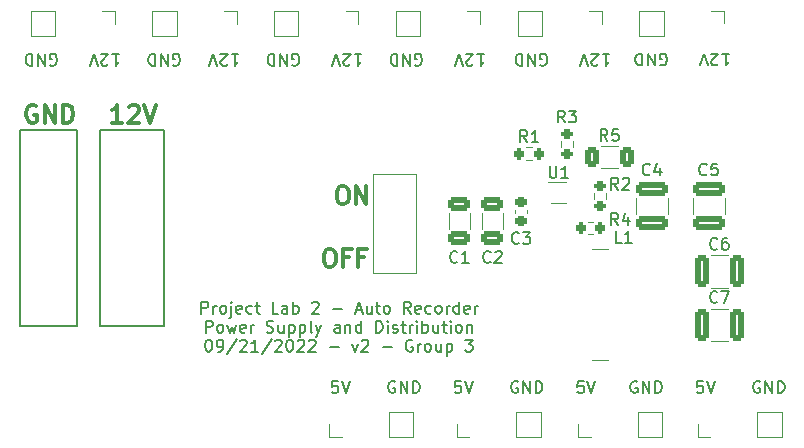
<source format=gbr>
%TF.GenerationSoftware,KiCad,Pcbnew,(6.0.5)*%
%TF.CreationDate,2022-09-22T23:13:11-05:00*%
%TF.ProjectId,powerPCB,706f7765-7250-4434-922e-6b696361645f,rev?*%
%TF.SameCoordinates,Original*%
%TF.FileFunction,Legend,Top*%
%TF.FilePolarity,Positive*%
%FSLAX46Y46*%
G04 Gerber Fmt 4.6, Leading zero omitted, Abs format (unit mm)*
G04 Created by KiCad (PCBNEW (6.0.5)) date 2022-09-22 23:13:11*
%MOMM*%
%LPD*%
G01*
G04 APERTURE LIST*
G04 Aperture macros list*
%AMRoundRect*
0 Rectangle with rounded corners*
0 $1 Rounding radius*
0 $2 $3 $4 $5 $6 $7 $8 $9 X,Y pos of 4 corners*
0 Add a 4 corners polygon primitive as box body*
4,1,4,$2,$3,$4,$5,$6,$7,$8,$9,$2,$3,0*
0 Add four circle primitives for the rounded corners*
1,1,$1+$1,$2,$3*
1,1,$1+$1,$4,$5*
1,1,$1+$1,$6,$7*
1,1,$1+$1,$8,$9*
0 Add four rect primitives between the rounded corners*
20,1,$1+$1,$2,$3,$4,$5,0*
20,1,$1+$1,$4,$5,$6,$7,0*
20,1,$1+$1,$6,$7,$8,$9,0*
20,1,$1+$1,$8,$9,$2,$3,0*%
G04 Aperture macros list end*
%ADD10C,0.150000*%
%ADD11C,0.300000*%
%ADD12C,0.120000*%
%ADD13RoundRect,0.200000X-0.200000X-0.275000X0.200000X-0.275000X0.200000X0.275000X-0.200000X0.275000X0*%
%ADD14C,3.800000*%
%ADD15RoundRect,0.250000X1.100000X-0.325000X1.100000X0.325000X-1.100000X0.325000X-1.100000X-0.325000X0*%
%ADD16R,1.800000X1.800000*%
%ADD17O,1.800000X1.800000*%
%ADD18RoundRect,0.200000X-0.275000X0.200000X-0.275000X-0.200000X0.275000X-0.200000X0.275000X0.200000X0*%
%ADD19RoundRect,0.200000X0.275000X-0.200000X0.275000X0.200000X-0.275000X0.200000X-0.275000X-0.200000X0*%
%ADD20RoundRect,0.250000X-0.650000X0.325000X-0.650000X-0.325000X0.650000X-0.325000X0.650000X0.325000X0*%
%ADD21RoundRect,0.225000X-0.250000X0.225000X-0.250000X-0.225000X0.250000X-0.225000X0.250000X0.225000X0*%
%ADD22R,3.750000X9.500000*%
%ADD23R,0.700000X0.340000*%
%ADD24RoundRect,0.250000X-0.325000X-1.100000X0.325000X-1.100000X0.325000X1.100000X-0.325000X1.100000X0*%
%ADD25RoundRect,0.250000X-0.312500X-0.625000X0.312500X-0.625000X0.312500X0.625000X-0.312500X0.625000X0*%
%ADD26C,0.800000*%
G04 APERTURE END LIST*
D10*
X93700000Y-71000000D02*
X98500000Y-71000000D01*
X98500000Y-71000000D02*
X98500000Y-87600000D01*
X98500000Y-87600000D02*
X93700000Y-87600000D01*
X93700000Y-87600000D02*
X93700000Y-71000000D01*
X100500000Y-71000000D02*
X105900000Y-71000000D01*
X105900000Y-71000000D02*
X105900000Y-87600000D01*
X105900000Y-87600000D02*
X100500000Y-87600000D01*
X100500000Y-87600000D02*
X100500000Y-71000000D01*
X109057142Y-86542380D02*
X109057142Y-85542380D01*
X109438095Y-85542380D01*
X109533333Y-85590000D01*
X109580952Y-85637619D01*
X109628571Y-85732857D01*
X109628571Y-85875714D01*
X109580952Y-85970952D01*
X109533333Y-86018571D01*
X109438095Y-86066190D01*
X109057142Y-86066190D01*
X110057142Y-86542380D02*
X110057142Y-85875714D01*
X110057142Y-86066190D02*
X110104761Y-85970952D01*
X110152380Y-85923333D01*
X110247619Y-85875714D01*
X110342857Y-85875714D01*
X110819047Y-86542380D02*
X110723809Y-86494761D01*
X110676190Y-86447142D01*
X110628571Y-86351904D01*
X110628571Y-86066190D01*
X110676190Y-85970952D01*
X110723809Y-85923333D01*
X110819047Y-85875714D01*
X110961904Y-85875714D01*
X111057142Y-85923333D01*
X111104761Y-85970952D01*
X111152380Y-86066190D01*
X111152380Y-86351904D01*
X111104761Y-86447142D01*
X111057142Y-86494761D01*
X110961904Y-86542380D01*
X110819047Y-86542380D01*
X111580952Y-85875714D02*
X111580952Y-86732857D01*
X111533333Y-86828095D01*
X111438095Y-86875714D01*
X111390476Y-86875714D01*
X111580952Y-85542380D02*
X111533333Y-85590000D01*
X111580952Y-85637619D01*
X111628571Y-85590000D01*
X111580952Y-85542380D01*
X111580952Y-85637619D01*
X112438095Y-86494761D02*
X112342857Y-86542380D01*
X112152380Y-86542380D01*
X112057142Y-86494761D01*
X112009523Y-86399523D01*
X112009523Y-86018571D01*
X112057142Y-85923333D01*
X112152380Y-85875714D01*
X112342857Y-85875714D01*
X112438095Y-85923333D01*
X112485714Y-86018571D01*
X112485714Y-86113809D01*
X112009523Y-86209047D01*
X113342857Y-86494761D02*
X113247619Y-86542380D01*
X113057142Y-86542380D01*
X112961904Y-86494761D01*
X112914285Y-86447142D01*
X112866666Y-86351904D01*
X112866666Y-86066190D01*
X112914285Y-85970952D01*
X112961904Y-85923333D01*
X113057142Y-85875714D01*
X113247619Y-85875714D01*
X113342857Y-85923333D01*
X113628571Y-85875714D02*
X114009523Y-85875714D01*
X113771428Y-85542380D02*
X113771428Y-86399523D01*
X113819047Y-86494761D01*
X113914285Y-86542380D01*
X114009523Y-86542380D01*
X115580952Y-86542380D02*
X115104761Y-86542380D01*
X115104761Y-85542380D01*
X116342857Y-86542380D02*
X116342857Y-86018571D01*
X116295238Y-85923333D01*
X116200000Y-85875714D01*
X116009523Y-85875714D01*
X115914285Y-85923333D01*
X116342857Y-86494761D02*
X116247619Y-86542380D01*
X116009523Y-86542380D01*
X115914285Y-86494761D01*
X115866666Y-86399523D01*
X115866666Y-86304285D01*
X115914285Y-86209047D01*
X116009523Y-86161428D01*
X116247619Y-86161428D01*
X116342857Y-86113809D01*
X116819047Y-86542380D02*
X116819047Y-85542380D01*
X116819047Y-85923333D02*
X116914285Y-85875714D01*
X117104761Y-85875714D01*
X117200000Y-85923333D01*
X117247619Y-85970952D01*
X117295238Y-86066190D01*
X117295238Y-86351904D01*
X117247619Y-86447142D01*
X117200000Y-86494761D01*
X117104761Y-86542380D01*
X116914285Y-86542380D01*
X116819047Y-86494761D01*
X118438095Y-85637619D02*
X118485714Y-85590000D01*
X118580952Y-85542380D01*
X118819047Y-85542380D01*
X118914285Y-85590000D01*
X118961904Y-85637619D01*
X119009523Y-85732857D01*
X119009523Y-85828095D01*
X118961904Y-85970952D01*
X118390476Y-86542380D01*
X119009523Y-86542380D01*
X120199999Y-86161428D02*
X120961904Y-86161428D01*
X122152380Y-86256666D02*
X122628571Y-86256666D01*
X122057142Y-86542380D02*
X122390476Y-85542380D01*
X122723809Y-86542380D01*
X123485714Y-85875714D02*
X123485714Y-86542380D01*
X123057142Y-85875714D02*
X123057142Y-86399523D01*
X123104761Y-86494761D01*
X123199999Y-86542380D01*
X123342857Y-86542380D01*
X123438095Y-86494761D01*
X123485714Y-86447142D01*
X123819047Y-85875714D02*
X124199999Y-85875714D01*
X123961904Y-85542380D02*
X123961904Y-86399523D01*
X124009523Y-86494761D01*
X124104761Y-86542380D01*
X124199999Y-86542380D01*
X124676190Y-86542380D02*
X124580952Y-86494761D01*
X124533333Y-86447142D01*
X124485714Y-86351904D01*
X124485714Y-86066190D01*
X124533333Y-85970952D01*
X124580952Y-85923333D01*
X124676190Y-85875714D01*
X124819047Y-85875714D01*
X124914285Y-85923333D01*
X124961904Y-85970952D01*
X125009523Y-86066190D01*
X125009523Y-86351904D01*
X124961904Y-86447142D01*
X124914285Y-86494761D01*
X124819047Y-86542380D01*
X124676190Y-86542380D01*
X126771428Y-86542380D02*
X126438095Y-86066190D01*
X126199999Y-86542380D02*
X126199999Y-85542380D01*
X126580952Y-85542380D01*
X126676190Y-85590000D01*
X126723809Y-85637619D01*
X126771428Y-85732857D01*
X126771428Y-85875714D01*
X126723809Y-85970952D01*
X126676190Y-86018571D01*
X126580952Y-86066190D01*
X126199999Y-86066190D01*
X127580952Y-86494761D02*
X127485714Y-86542380D01*
X127295238Y-86542380D01*
X127199999Y-86494761D01*
X127152380Y-86399523D01*
X127152380Y-86018571D01*
X127199999Y-85923333D01*
X127295238Y-85875714D01*
X127485714Y-85875714D01*
X127580952Y-85923333D01*
X127628571Y-86018571D01*
X127628571Y-86113809D01*
X127152380Y-86209047D01*
X128485714Y-86494761D02*
X128390476Y-86542380D01*
X128199999Y-86542380D01*
X128104761Y-86494761D01*
X128057142Y-86447142D01*
X128009523Y-86351904D01*
X128009523Y-86066190D01*
X128057142Y-85970952D01*
X128104761Y-85923333D01*
X128199999Y-85875714D01*
X128390476Y-85875714D01*
X128485714Y-85923333D01*
X129057142Y-86542380D02*
X128961904Y-86494761D01*
X128914285Y-86447142D01*
X128866666Y-86351904D01*
X128866666Y-86066190D01*
X128914285Y-85970952D01*
X128961904Y-85923333D01*
X129057142Y-85875714D01*
X129199999Y-85875714D01*
X129295238Y-85923333D01*
X129342857Y-85970952D01*
X129390476Y-86066190D01*
X129390476Y-86351904D01*
X129342857Y-86447142D01*
X129295238Y-86494761D01*
X129199999Y-86542380D01*
X129057142Y-86542380D01*
X129819047Y-86542380D02*
X129819047Y-85875714D01*
X129819047Y-86066190D02*
X129866666Y-85970952D01*
X129914285Y-85923333D01*
X130009523Y-85875714D01*
X130104761Y-85875714D01*
X130866666Y-86542380D02*
X130866666Y-85542380D01*
X130866666Y-86494761D02*
X130771428Y-86542380D01*
X130580952Y-86542380D01*
X130485714Y-86494761D01*
X130438095Y-86447142D01*
X130390476Y-86351904D01*
X130390476Y-86066190D01*
X130438095Y-85970952D01*
X130485714Y-85923333D01*
X130580952Y-85875714D01*
X130771428Y-85875714D01*
X130866666Y-85923333D01*
X131723809Y-86494761D02*
X131628571Y-86542380D01*
X131438095Y-86542380D01*
X131342857Y-86494761D01*
X131295238Y-86399523D01*
X131295238Y-86018571D01*
X131342857Y-85923333D01*
X131438095Y-85875714D01*
X131628571Y-85875714D01*
X131723809Y-85923333D01*
X131771428Y-86018571D01*
X131771428Y-86113809D01*
X131295238Y-86209047D01*
X132199999Y-86542380D02*
X132199999Y-85875714D01*
X132199999Y-86066190D02*
X132247619Y-85970952D01*
X132295238Y-85923333D01*
X132390476Y-85875714D01*
X132485714Y-85875714D01*
X109438095Y-88152380D02*
X109438095Y-87152380D01*
X109819047Y-87152380D01*
X109914285Y-87200000D01*
X109961904Y-87247619D01*
X110009523Y-87342857D01*
X110009523Y-87485714D01*
X109961904Y-87580952D01*
X109914285Y-87628571D01*
X109819047Y-87676190D01*
X109438095Y-87676190D01*
X110580952Y-88152380D02*
X110485714Y-88104761D01*
X110438095Y-88057142D01*
X110390476Y-87961904D01*
X110390476Y-87676190D01*
X110438095Y-87580952D01*
X110485714Y-87533333D01*
X110580952Y-87485714D01*
X110723809Y-87485714D01*
X110819047Y-87533333D01*
X110866666Y-87580952D01*
X110914285Y-87676190D01*
X110914285Y-87961904D01*
X110866666Y-88057142D01*
X110819047Y-88104761D01*
X110723809Y-88152380D01*
X110580952Y-88152380D01*
X111247619Y-87485714D02*
X111438095Y-88152380D01*
X111628571Y-87676190D01*
X111819047Y-88152380D01*
X112009523Y-87485714D01*
X112771428Y-88104761D02*
X112676190Y-88152380D01*
X112485714Y-88152380D01*
X112390476Y-88104761D01*
X112342857Y-88009523D01*
X112342857Y-87628571D01*
X112390476Y-87533333D01*
X112485714Y-87485714D01*
X112676190Y-87485714D01*
X112771428Y-87533333D01*
X112819047Y-87628571D01*
X112819047Y-87723809D01*
X112342857Y-87819047D01*
X113247619Y-88152380D02*
X113247619Y-87485714D01*
X113247619Y-87676190D02*
X113295238Y-87580952D01*
X113342857Y-87533333D01*
X113438095Y-87485714D01*
X113533333Y-87485714D01*
X114580952Y-88104761D02*
X114723809Y-88152380D01*
X114961904Y-88152380D01*
X115057142Y-88104761D01*
X115104761Y-88057142D01*
X115152380Y-87961904D01*
X115152380Y-87866666D01*
X115104761Y-87771428D01*
X115057142Y-87723809D01*
X114961904Y-87676190D01*
X114771428Y-87628571D01*
X114676190Y-87580952D01*
X114628571Y-87533333D01*
X114580952Y-87438095D01*
X114580952Y-87342857D01*
X114628571Y-87247619D01*
X114676190Y-87200000D01*
X114771428Y-87152380D01*
X115009523Y-87152380D01*
X115152380Y-87200000D01*
X116009523Y-87485714D02*
X116009523Y-88152380D01*
X115580952Y-87485714D02*
X115580952Y-88009523D01*
X115628571Y-88104761D01*
X115723809Y-88152380D01*
X115866666Y-88152380D01*
X115961904Y-88104761D01*
X116009523Y-88057142D01*
X116485714Y-87485714D02*
X116485714Y-88485714D01*
X116485714Y-87533333D02*
X116580952Y-87485714D01*
X116771428Y-87485714D01*
X116866666Y-87533333D01*
X116914285Y-87580952D01*
X116961904Y-87676190D01*
X116961904Y-87961904D01*
X116914285Y-88057142D01*
X116866666Y-88104761D01*
X116771428Y-88152380D01*
X116580952Y-88152380D01*
X116485714Y-88104761D01*
X117390476Y-87485714D02*
X117390476Y-88485714D01*
X117390476Y-87533333D02*
X117485714Y-87485714D01*
X117676190Y-87485714D01*
X117771428Y-87533333D01*
X117819047Y-87580952D01*
X117866666Y-87676190D01*
X117866666Y-87961904D01*
X117819047Y-88057142D01*
X117771428Y-88104761D01*
X117676190Y-88152380D01*
X117485714Y-88152380D01*
X117390476Y-88104761D01*
X118438095Y-88152380D02*
X118342857Y-88104761D01*
X118295238Y-88009523D01*
X118295238Y-87152380D01*
X118723809Y-87485714D02*
X118961904Y-88152380D01*
X119200000Y-87485714D02*
X118961904Y-88152380D01*
X118866666Y-88390476D01*
X118819047Y-88438095D01*
X118723809Y-88485714D01*
X120771428Y-88152380D02*
X120771428Y-87628571D01*
X120723809Y-87533333D01*
X120628571Y-87485714D01*
X120438095Y-87485714D01*
X120342857Y-87533333D01*
X120771428Y-88104761D02*
X120676190Y-88152380D01*
X120438095Y-88152380D01*
X120342857Y-88104761D01*
X120295238Y-88009523D01*
X120295238Y-87914285D01*
X120342857Y-87819047D01*
X120438095Y-87771428D01*
X120676190Y-87771428D01*
X120771428Y-87723809D01*
X121247619Y-87485714D02*
X121247619Y-88152380D01*
X121247619Y-87580952D02*
X121295238Y-87533333D01*
X121390476Y-87485714D01*
X121533333Y-87485714D01*
X121628571Y-87533333D01*
X121676190Y-87628571D01*
X121676190Y-88152380D01*
X122580952Y-88152380D02*
X122580952Y-87152380D01*
X122580952Y-88104761D02*
X122485714Y-88152380D01*
X122295238Y-88152380D01*
X122200000Y-88104761D01*
X122152380Y-88057142D01*
X122104761Y-87961904D01*
X122104761Y-87676190D01*
X122152380Y-87580952D01*
X122200000Y-87533333D01*
X122295238Y-87485714D01*
X122485714Y-87485714D01*
X122580952Y-87533333D01*
X123819047Y-88152380D02*
X123819047Y-87152380D01*
X124057142Y-87152380D01*
X124200000Y-87200000D01*
X124295238Y-87295238D01*
X124342857Y-87390476D01*
X124390476Y-87580952D01*
X124390476Y-87723809D01*
X124342857Y-87914285D01*
X124295238Y-88009523D01*
X124200000Y-88104761D01*
X124057142Y-88152380D01*
X123819047Y-88152380D01*
X124819047Y-88152380D02*
X124819047Y-87485714D01*
X124819047Y-87152380D02*
X124771428Y-87200000D01*
X124819047Y-87247619D01*
X124866666Y-87200000D01*
X124819047Y-87152380D01*
X124819047Y-87247619D01*
X125247619Y-88104761D02*
X125342857Y-88152380D01*
X125533333Y-88152380D01*
X125628571Y-88104761D01*
X125676190Y-88009523D01*
X125676190Y-87961904D01*
X125628571Y-87866666D01*
X125533333Y-87819047D01*
X125390476Y-87819047D01*
X125295238Y-87771428D01*
X125247619Y-87676190D01*
X125247619Y-87628571D01*
X125295238Y-87533333D01*
X125390476Y-87485714D01*
X125533333Y-87485714D01*
X125628571Y-87533333D01*
X125961904Y-87485714D02*
X126342857Y-87485714D01*
X126104761Y-87152380D02*
X126104761Y-88009523D01*
X126152380Y-88104761D01*
X126247619Y-88152380D01*
X126342857Y-88152380D01*
X126676190Y-88152380D02*
X126676190Y-87485714D01*
X126676190Y-87676190D02*
X126723809Y-87580952D01*
X126771428Y-87533333D01*
X126866666Y-87485714D01*
X126961904Y-87485714D01*
X127295238Y-88152380D02*
X127295238Y-87485714D01*
X127295238Y-87152380D02*
X127247619Y-87200000D01*
X127295238Y-87247619D01*
X127342857Y-87200000D01*
X127295238Y-87152380D01*
X127295238Y-87247619D01*
X127771428Y-88152380D02*
X127771428Y-87152380D01*
X127771428Y-87533333D02*
X127866666Y-87485714D01*
X128057142Y-87485714D01*
X128152380Y-87533333D01*
X128200000Y-87580952D01*
X128247619Y-87676190D01*
X128247619Y-87961904D01*
X128200000Y-88057142D01*
X128152380Y-88104761D01*
X128057142Y-88152380D01*
X127866666Y-88152380D01*
X127771428Y-88104761D01*
X129104761Y-87485714D02*
X129104761Y-88152380D01*
X128676190Y-87485714D02*
X128676190Y-88009523D01*
X128723809Y-88104761D01*
X128819047Y-88152380D01*
X128961904Y-88152380D01*
X129057142Y-88104761D01*
X129104761Y-88057142D01*
X129438095Y-87485714D02*
X129819047Y-87485714D01*
X129580952Y-87152380D02*
X129580952Y-88009523D01*
X129628571Y-88104761D01*
X129723809Y-88152380D01*
X129819047Y-88152380D01*
X130152380Y-88152380D02*
X130152380Y-87485714D01*
X130152380Y-87152380D02*
X130104761Y-87200000D01*
X130152380Y-87247619D01*
X130200000Y-87200000D01*
X130152380Y-87152380D01*
X130152380Y-87247619D01*
X130771428Y-88152380D02*
X130676190Y-88104761D01*
X130628571Y-88057142D01*
X130580952Y-87961904D01*
X130580952Y-87676190D01*
X130628571Y-87580952D01*
X130676190Y-87533333D01*
X130771428Y-87485714D01*
X130914285Y-87485714D01*
X131009523Y-87533333D01*
X131057142Y-87580952D01*
X131104761Y-87676190D01*
X131104761Y-87961904D01*
X131057142Y-88057142D01*
X131009523Y-88104761D01*
X130914285Y-88152380D01*
X130771428Y-88152380D01*
X131533333Y-87485714D02*
X131533333Y-88152380D01*
X131533333Y-87580952D02*
X131580952Y-87533333D01*
X131676190Y-87485714D01*
X131819047Y-87485714D01*
X131914285Y-87533333D01*
X131961904Y-87628571D01*
X131961904Y-88152380D01*
X109628571Y-88762380D02*
X109723809Y-88762380D01*
X109819047Y-88810000D01*
X109866666Y-88857619D01*
X109914285Y-88952857D01*
X109961904Y-89143333D01*
X109961904Y-89381428D01*
X109914285Y-89571904D01*
X109866666Y-89667142D01*
X109819047Y-89714761D01*
X109723809Y-89762380D01*
X109628571Y-89762380D01*
X109533333Y-89714761D01*
X109485714Y-89667142D01*
X109438095Y-89571904D01*
X109390476Y-89381428D01*
X109390476Y-89143333D01*
X109438095Y-88952857D01*
X109485714Y-88857619D01*
X109533333Y-88810000D01*
X109628571Y-88762380D01*
X110438095Y-89762380D02*
X110628571Y-89762380D01*
X110723809Y-89714761D01*
X110771428Y-89667142D01*
X110866666Y-89524285D01*
X110914285Y-89333809D01*
X110914285Y-88952857D01*
X110866666Y-88857619D01*
X110819047Y-88810000D01*
X110723809Y-88762380D01*
X110533333Y-88762380D01*
X110438095Y-88810000D01*
X110390476Y-88857619D01*
X110342857Y-88952857D01*
X110342857Y-89190952D01*
X110390476Y-89286190D01*
X110438095Y-89333809D01*
X110533333Y-89381428D01*
X110723809Y-89381428D01*
X110819047Y-89333809D01*
X110866666Y-89286190D01*
X110914285Y-89190952D01*
X112057142Y-88714761D02*
X111200000Y-90000476D01*
X112342857Y-88857619D02*
X112390476Y-88810000D01*
X112485714Y-88762380D01*
X112723809Y-88762380D01*
X112819047Y-88810000D01*
X112866666Y-88857619D01*
X112914285Y-88952857D01*
X112914285Y-89048095D01*
X112866666Y-89190952D01*
X112295238Y-89762380D01*
X112914285Y-89762380D01*
X113866666Y-89762380D02*
X113295238Y-89762380D01*
X113580952Y-89762380D02*
X113580952Y-88762380D01*
X113485714Y-88905238D01*
X113390476Y-89000476D01*
X113295238Y-89048095D01*
X115009523Y-88714761D02*
X114152380Y-90000476D01*
X115295238Y-88857619D02*
X115342857Y-88810000D01*
X115438095Y-88762380D01*
X115676190Y-88762380D01*
X115771428Y-88810000D01*
X115819047Y-88857619D01*
X115866666Y-88952857D01*
X115866666Y-89048095D01*
X115819047Y-89190952D01*
X115247619Y-89762380D01*
X115866666Y-89762380D01*
X116485714Y-88762380D02*
X116580952Y-88762380D01*
X116676190Y-88810000D01*
X116723809Y-88857619D01*
X116771428Y-88952857D01*
X116819047Y-89143333D01*
X116819047Y-89381428D01*
X116771428Y-89571904D01*
X116723809Y-89667142D01*
X116676190Y-89714761D01*
X116580952Y-89762380D01*
X116485714Y-89762380D01*
X116390476Y-89714761D01*
X116342857Y-89667142D01*
X116295238Y-89571904D01*
X116247619Y-89381428D01*
X116247619Y-89143333D01*
X116295238Y-88952857D01*
X116342857Y-88857619D01*
X116390476Y-88810000D01*
X116485714Y-88762380D01*
X117200000Y-88857619D02*
X117247619Y-88810000D01*
X117342857Y-88762380D01*
X117580952Y-88762380D01*
X117676190Y-88810000D01*
X117723809Y-88857619D01*
X117771428Y-88952857D01*
X117771428Y-89048095D01*
X117723809Y-89190952D01*
X117152380Y-89762380D01*
X117771428Y-89762380D01*
X118152380Y-88857619D02*
X118200000Y-88810000D01*
X118295238Y-88762380D01*
X118533333Y-88762380D01*
X118628571Y-88810000D01*
X118676190Y-88857619D01*
X118723809Y-88952857D01*
X118723809Y-89048095D01*
X118676190Y-89190952D01*
X118104761Y-89762380D01*
X118723809Y-89762380D01*
X119914285Y-89381428D02*
X120676190Y-89381428D01*
X121819047Y-89095714D02*
X122057142Y-89762380D01*
X122295238Y-89095714D01*
X122628571Y-88857619D02*
X122676190Y-88810000D01*
X122771428Y-88762380D01*
X123009523Y-88762380D01*
X123104761Y-88810000D01*
X123152380Y-88857619D01*
X123200000Y-88952857D01*
X123200000Y-89048095D01*
X123152380Y-89190952D01*
X122580952Y-89762380D01*
X123200000Y-89762380D01*
X124390476Y-89381428D02*
X125152380Y-89381428D01*
X126914285Y-88810000D02*
X126819047Y-88762380D01*
X126676190Y-88762380D01*
X126533333Y-88810000D01*
X126438095Y-88905238D01*
X126390476Y-89000476D01*
X126342857Y-89190952D01*
X126342857Y-89333809D01*
X126390476Y-89524285D01*
X126438095Y-89619523D01*
X126533333Y-89714761D01*
X126676190Y-89762380D01*
X126771428Y-89762380D01*
X126914285Y-89714761D01*
X126961904Y-89667142D01*
X126961904Y-89333809D01*
X126771428Y-89333809D01*
X127390476Y-89762380D02*
X127390476Y-89095714D01*
X127390476Y-89286190D02*
X127438095Y-89190952D01*
X127485714Y-89143333D01*
X127580952Y-89095714D01*
X127676190Y-89095714D01*
X128152380Y-89762380D02*
X128057142Y-89714761D01*
X128009523Y-89667142D01*
X127961904Y-89571904D01*
X127961904Y-89286190D01*
X128009523Y-89190952D01*
X128057142Y-89143333D01*
X128152380Y-89095714D01*
X128295238Y-89095714D01*
X128390476Y-89143333D01*
X128438095Y-89190952D01*
X128485714Y-89286190D01*
X128485714Y-89571904D01*
X128438095Y-89667142D01*
X128390476Y-89714761D01*
X128295238Y-89762380D01*
X128152380Y-89762380D01*
X129342857Y-89095714D02*
X129342857Y-89762380D01*
X128914285Y-89095714D02*
X128914285Y-89619523D01*
X128961904Y-89714761D01*
X129057142Y-89762380D01*
X129200000Y-89762380D01*
X129295238Y-89714761D01*
X129342857Y-89667142D01*
X129819047Y-89095714D02*
X129819047Y-90095714D01*
X129819047Y-89143333D02*
X129914285Y-89095714D01*
X130104761Y-89095714D01*
X130200000Y-89143333D01*
X130247619Y-89190952D01*
X130295238Y-89286190D01*
X130295238Y-89571904D01*
X130247619Y-89667142D01*
X130200000Y-89714761D01*
X130104761Y-89762380D01*
X129914285Y-89762380D01*
X129819047Y-89714761D01*
X131390476Y-88762380D02*
X132009523Y-88762380D01*
X131676190Y-89143333D01*
X131819047Y-89143333D01*
X131914285Y-89190952D01*
X131961904Y-89238571D01*
X132009523Y-89333809D01*
X132009523Y-89571904D01*
X131961904Y-89667142D01*
X131914285Y-89714761D01*
X131819047Y-89762380D01*
X131533333Y-89762380D01*
X131438095Y-89714761D01*
X131390476Y-89667142D01*
X143019047Y-64547619D02*
X143590476Y-64547619D01*
X143304761Y-64547619D02*
X143304761Y-65547619D01*
X143400000Y-65404761D01*
X143495238Y-65309523D01*
X143590476Y-65261904D01*
X142638095Y-65452380D02*
X142590476Y-65500000D01*
X142495238Y-65547619D01*
X142257142Y-65547619D01*
X142161904Y-65500000D01*
X142114285Y-65452380D01*
X142066666Y-65357142D01*
X142066666Y-65261904D01*
X142114285Y-65119047D01*
X142685714Y-64547619D01*
X142066666Y-64547619D01*
X141780952Y-65547619D02*
X141447619Y-64547619D01*
X141114285Y-65547619D01*
X96261904Y-65500000D02*
X96357142Y-65547619D01*
X96500000Y-65547619D01*
X96642857Y-65500000D01*
X96738095Y-65404761D01*
X96785714Y-65309523D01*
X96833333Y-65119047D01*
X96833333Y-64976190D01*
X96785714Y-64785714D01*
X96738095Y-64690476D01*
X96642857Y-64595238D01*
X96500000Y-64547619D01*
X96404761Y-64547619D01*
X96261904Y-64595238D01*
X96214285Y-64642857D01*
X96214285Y-64976190D01*
X96404761Y-64976190D01*
X95785714Y-64547619D02*
X95785714Y-65547619D01*
X95214285Y-64547619D01*
X95214285Y-65547619D01*
X94738095Y-64547619D02*
X94738095Y-65547619D01*
X94500000Y-65547619D01*
X94357142Y-65500000D01*
X94261904Y-65404761D01*
X94214285Y-65309523D01*
X94166666Y-65119047D01*
X94166666Y-64976190D01*
X94214285Y-64785714D01*
X94261904Y-64690476D01*
X94357142Y-64595238D01*
X94500000Y-64547619D01*
X94738095Y-64547619D01*
X147901904Y-65490000D02*
X147997142Y-65537619D01*
X148140000Y-65537619D01*
X148282857Y-65490000D01*
X148378095Y-65394761D01*
X148425714Y-65299523D01*
X148473333Y-65109047D01*
X148473333Y-64966190D01*
X148425714Y-64775714D01*
X148378095Y-64680476D01*
X148282857Y-64585238D01*
X148140000Y-64537619D01*
X148044761Y-64537619D01*
X147901904Y-64585238D01*
X147854285Y-64632857D01*
X147854285Y-64966190D01*
X148044761Y-64966190D01*
X147425714Y-64537619D02*
X147425714Y-65537619D01*
X146854285Y-64537619D01*
X146854285Y-65537619D01*
X146378095Y-64537619D02*
X146378095Y-65537619D01*
X146140000Y-65537619D01*
X145997142Y-65490000D01*
X145901904Y-65394761D01*
X145854285Y-65299523D01*
X145806666Y-65109047D01*
X145806666Y-64966190D01*
X145854285Y-64775714D01*
X145901904Y-64680476D01*
X145997142Y-64585238D01*
X146140000Y-64537619D01*
X146378095Y-64537619D01*
D11*
X120871428Y-75778571D02*
X121157142Y-75778571D01*
X121300000Y-75850000D01*
X121442857Y-75992857D01*
X121514285Y-76278571D01*
X121514285Y-76778571D01*
X121442857Y-77064285D01*
X121300000Y-77207142D01*
X121157142Y-77278571D01*
X120871428Y-77278571D01*
X120728571Y-77207142D01*
X120585714Y-77064285D01*
X120514285Y-76778571D01*
X120514285Y-76278571D01*
X120585714Y-75992857D01*
X120728571Y-75850000D01*
X120871428Y-75778571D01*
X122157142Y-77278571D02*
X122157142Y-75778571D01*
X123014285Y-77278571D01*
X123014285Y-75778571D01*
X95057142Y-68950000D02*
X94914285Y-68878571D01*
X94700000Y-68878571D01*
X94485714Y-68950000D01*
X94342857Y-69092857D01*
X94271428Y-69235714D01*
X94200000Y-69521428D01*
X94200000Y-69735714D01*
X94271428Y-70021428D01*
X94342857Y-70164285D01*
X94485714Y-70307142D01*
X94700000Y-70378571D01*
X94842857Y-70378571D01*
X95057142Y-70307142D01*
X95128571Y-70235714D01*
X95128571Y-69735714D01*
X94842857Y-69735714D01*
X95771428Y-70378571D02*
X95771428Y-68878571D01*
X96628571Y-70378571D01*
X96628571Y-68878571D01*
X97342857Y-70378571D02*
X97342857Y-68878571D01*
X97700000Y-68878571D01*
X97914285Y-68950000D01*
X98057142Y-69092857D01*
X98128571Y-69235714D01*
X98200000Y-69521428D01*
X98200000Y-69735714D01*
X98128571Y-70021428D01*
X98057142Y-70164285D01*
X97914285Y-70307142D01*
X97700000Y-70378571D01*
X97342857Y-70378571D01*
X119771428Y-81078571D02*
X120057142Y-81078571D01*
X120200000Y-81150000D01*
X120342857Y-81292857D01*
X120414285Y-81578571D01*
X120414285Y-82078571D01*
X120342857Y-82364285D01*
X120200000Y-82507142D01*
X120057142Y-82578571D01*
X119771428Y-82578571D01*
X119628571Y-82507142D01*
X119485714Y-82364285D01*
X119414285Y-82078571D01*
X119414285Y-81578571D01*
X119485714Y-81292857D01*
X119628571Y-81150000D01*
X119771428Y-81078571D01*
X121557142Y-81792857D02*
X121057142Y-81792857D01*
X121057142Y-82578571D02*
X121057142Y-81078571D01*
X121771428Y-81078571D01*
X122842857Y-81792857D02*
X122342857Y-81792857D01*
X122342857Y-82578571D02*
X122342857Y-81078571D01*
X123057142Y-81078571D01*
D10*
X156338095Y-92300000D02*
X156242857Y-92252380D01*
X156100000Y-92252380D01*
X155957142Y-92300000D01*
X155861904Y-92395238D01*
X155814285Y-92490476D01*
X155766666Y-92680952D01*
X155766666Y-92823809D01*
X155814285Y-93014285D01*
X155861904Y-93109523D01*
X155957142Y-93204761D01*
X156100000Y-93252380D01*
X156195238Y-93252380D01*
X156338095Y-93204761D01*
X156385714Y-93157142D01*
X156385714Y-92823809D01*
X156195238Y-92823809D01*
X156814285Y-93252380D02*
X156814285Y-92252380D01*
X157385714Y-93252380D01*
X157385714Y-92252380D01*
X157861904Y-93252380D02*
X157861904Y-92252380D01*
X158100000Y-92252380D01*
X158242857Y-92300000D01*
X158338095Y-92395238D01*
X158385714Y-92490476D01*
X158433333Y-92680952D01*
X158433333Y-92823809D01*
X158385714Y-93014285D01*
X158338095Y-93109523D01*
X158242857Y-93204761D01*
X158100000Y-93252380D01*
X157861904Y-93252380D01*
X127161904Y-65500000D02*
X127257142Y-65547619D01*
X127400000Y-65547619D01*
X127542857Y-65500000D01*
X127638095Y-65404761D01*
X127685714Y-65309523D01*
X127733333Y-65119047D01*
X127733333Y-64976190D01*
X127685714Y-64785714D01*
X127638095Y-64690476D01*
X127542857Y-64595238D01*
X127400000Y-64547619D01*
X127304761Y-64547619D01*
X127161904Y-64595238D01*
X127114285Y-64642857D01*
X127114285Y-64976190D01*
X127304761Y-64976190D01*
X126685714Y-64547619D02*
X126685714Y-65547619D01*
X126114285Y-64547619D01*
X126114285Y-65547619D01*
X125638095Y-64547619D02*
X125638095Y-65547619D01*
X125400000Y-65547619D01*
X125257142Y-65500000D01*
X125161904Y-65404761D01*
X125114285Y-65309523D01*
X125066666Y-65119047D01*
X125066666Y-64976190D01*
X125114285Y-64785714D01*
X125161904Y-64690476D01*
X125257142Y-64595238D01*
X125400000Y-64547619D01*
X125638095Y-64547619D01*
X145938095Y-92300000D02*
X145842857Y-92252380D01*
X145700000Y-92252380D01*
X145557142Y-92300000D01*
X145461904Y-92395238D01*
X145414285Y-92490476D01*
X145366666Y-92680952D01*
X145366666Y-92823809D01*
X145414285Y-93014285D01*
X145461904Y-93109523D01*
X145557142Y-93204761D01*
X145700000Y-93252380D01*
X145795238Y-93252380D01*
X145938095Y-93204761D01*
X145985714Y-93157142D01*
X145985714Y-92823809D01*
X145795238Y-92823809D01*
X146414285Y-93252380D02*
X146414285Y-92252380D01*
X146985714Y-93252380D01*
X146985714Y-92252380D01*
X147461904Y-93252380D02*
X147461904Y-92252380D01*
X147700000Y-92252380D01*
X147842857Y-92300000D01*
X147938095Y-92395238D01*
X147985714Y-92490476D01*
X148033333Y-92680952D01*
X148033333Y-92823809D01*
X147985714Y-93014285D01*
X147938095Y-93109523D01*
X147842857Y-93204761D01*
X147700000Y-93252380D01*
X147461904Y-93252380D01*
X135838095Y-92300000D02*
X135742857Y-92252380D01*
X135600000Y-92252380D01*
X135457142Y-92300000D01*
X135361904Y-92395238D01*
X135314285Y-92490476D01*
X135266666Y-92680952D01*
X135266666Y-92823809D01*
X135314285Y-93014285D01*
X135361904Y-93109523D01*
X135457142Y-93204761D01*
X135600000Y-93252380D01*
X135695238Y-93252380D01*
X135838095Y-93204761D01*
X135885714Y-93157142D01*
X135885714Y-92823809D01*
X135695238Y-92823809D01*
X136314285Y-93252380D02*
X136314285Y-92252380D01*
X136885714Y-93252380D01*
X136885714Y-92252380D01*
X137361904Y-93252380D02*
X137361904Y-92252380D01*
X137600000Y-92252380D01*
X137742857Y-92300000D01*
X137838095Y-92395238D01*
X137885714Y-92490476D01*
X137933333Y-92680952D01*
X137933333Y-92823809D01*
X137885714Y-93014285D01*
X137838095Y-93109523D01*
X137742857Y-93204761D01*
X137600000Y-93252380D01*
X137361904Y-93252380D01*
X120609523Y-92252380D02*
X120133333Y-92252380D01*
X120085714Y-92728571D01*
X120133333Y-92680952D01*
X120228571Y-92633333D01*
X120466666Y-92633333D01*
X120561904Y-92680952D01*
X120609523Y-92728571D01*
X120657142Y-92823809D01*
X120657142Y-93061904D01*
X120609523Y-93157142D01*
X120561904Y-93204761D01*
X120466666Y-93252380D01*
X120228571Y-93252380D01*
X120133333Y-93204761D01*
X120085714Y-93157142D01*
X120942857Y-92252380D02*
X121276190Y-93252380D01*
X121609523Y-92252380D01*
X132419047Y-64547619D02*
X132990476Y-64547619D01*
X132704761Y-64547619D02*
X132704761Y-65547619D01*
X132800000Y-65404761D01*
X132895238Y-65309523D01*
X132990476Y-65261904D01*
X132038095Y-65452380D02*
X131990476Y-65500000D01*
X131895238Y-65547619D01*
X131657142Y-65547619D01*
X131561904Y-65500000D01*
X131514285Y-65452380D01*
X131466666Y-65357142D01*
X131466666Y-65261904D01*
X131514285Y-65119047D01*
X132085714Y-64547619D01*
X131466666Y-64547619D01*
X131180952Y-65547619D02*
X130847619Y-64547619D01*
X130514285Y-65547619D01*
X153159047Y-64537619D02*
X153730476Y-64537619D01*
X153444761Y-64537619D02*
X153444761Y-65537619D01*
X153540000Y-65394761D01*
X153635238Y-65299523D01*
X153730476Y-65251904D01*
X152778095Y-65442380D02*
X152730476Y-65490000D01*
X152635238Y-65537619D01*
X152397142Y-65537619D01*
X152301904Y-65490000D01*
X152254285Y-65442380D01*
X152206666Y-65347142D01*
X152206666Y-65251904D01*
X152254285Y-65109047D01*
X152825714Y-64537619D01*
X152206666Y-64537619D01*
X151920952Y-65537619D02*
X151587619Y-64537619D01*
X151254285Y-65537619D01*
X131009523Y-92252380D02*
X130533333Y-92252380D01*
X130485714Y-92728571D01*
X130533333Y-92680952D01*
X130628571Y-92633333D01*
X130866666Y-92633333D01*
X130961904Y-92680952D01*
X131009523Y-92728571D01*
X131057142Y-92823809D01*
X131057142Y-93061904D01*
X131009523Y-93157142D01*
X130961904Y-93204761D01*
X130866666Y-93252380D01*
X130628571Y-93252380D01*
X130533333Y-93204761D01*
X130485714Y-93157142D01*
X131342857Y-92252380D02*
X131676190Y-93252380D01*
X132009523Y-92252380D01*
X116761904Y-65500000D02*
X116857142Y-65547619D01*
X117000000Y-65547619D01*
X117142857Y-65500000D01*
X117238095Y-65404761D01*
X117285714Y-65309523D01*
X117333333Y-65119047D01*
X117333333Y-64976190D01*
X117285714Y-64785714D01*
X117238095Y-64690476D01*
X117142857Y-64595238D01*
X117000000Y-64547619D01*
X116904761Y-64547619D01*
X116761904Y-64595238D01*
X116714285Y-64642857D01*
X116714285Y-64976190D01*
X116904761Y-64976190D01*
X116285714Y-64547619D02*
X116285714Y-65547619D01*
X115714285Y-64547619D01*
X115714285Y-65547619D01*
X115238095Y-64547619D02*
X115238095Y-65547619D01*
X115000000Y-65547619D01*
X114857142Y-65500000D01*
X114761904Y-65404761D01*
X114714285Y-65309523D01*
X114666666Y-65119047D01*
X114666666Y-64976190D01*
X114714285Y-64785714D01*
X114761904Y-64690476D01*
X114857142Y-64595238D01*
X115000000Y-64547619D01*
X115238095Y-64547619D01*
X141409523Y-92252380D02*
X140933333Y-92252380D01*
X140885714Y-92728571D01*
X140933333Y-92680952D01*
X141028571Y-92633333D01*
X141266666Y-92633333D01*
X141361904Y-92680952D01*
X141409523Y-92728571D01*
X141457142Y-92823809D01*
X141457142Y-93061904D01*
X141409523Y-93157142D01*
X141361904Y-93204761D01*
X141266666Y-93252380D01*
X141028571Y-93252380D01*
X140933333Y-93204761D01*
X140885714Y-93157142D01*
X141742857Y-92252380D02*
X142076190Y-93252380D01*
X142409523Y-92252380D01*
X137761904Y-65500000D02*
X137857142Y-65547619D01*
X138000000Y-65547619D01*
X138142857Y-65500000D01*
X138238095Y-65404761D01*
X138285714Y-65309523D01*
X138333333Y-65119047D01*
X138333333Y-64976190D01*
X138285714Y-64785714D01*
X138238095Y-64690476D01*
X138142857Y-64595238D01*
X138000000Y-64547619D01*
X137904761Y-64547619D01*
X137761904Y-64595238D01*
X137714285Y-64642857D01*
X137714285Y-64976190D01*
X137904761Y-64976190D01*
X137285714Y-64547619D02*
X137285714Y-65547619D01*
X136714285Y-64547619D01*
X136714285Y-65547619D01*
X136238095Y-64547619D02*
X136238095Y-65547619D01*
X136000000Y-65547619D01*
X135857142Y-65500000D01*
X135761904Y-65404761D01*
X135714285Y-65309523D01*
X135666666Y-65119047D01*
X135666666Y-64976190D01*
X135714285Y-64785714D01*
X135761904Y-64690476D01*
X135857142Y-64595238D01*
X136000000Y-64547619D01*
X136238095Y-64547619D01*
X111619047Y-64547619D02*
X112190476Y-64547619D01*
X111904761Y-64547619D02*
X111904761Y-65547619D01*
X112000000Y-65404761D01*
X112095238Y-65309523D01*
X112190476Y-65261904D01*
X111238095Y-65452380D02*
X111190476Y-65500000D01*
X111095238Y-65547619D01*
X110857142Y-65547619D01*
X110761904Y-65500000D01*
X110714285Y-65452380D01*
X110666666Y-65357142D01*
X110666666Y-65261904D01*
X110714285Y-65119047D01*
X111285714Y-64547619D01*
X110666666Y-64547619D01*
X110380952Y-65547619D02*
X110047619Y-64547619D01*
X109714285Y-65547619D01*
X106661904Y-65500000D02*
X106757142Y-65547619D01*
X106900000Y-65547619D01*
X107042857Y-65500000D01*
X107138095Y-65404761D01*
X107185714Y-65309523D01*
X107233333Y-65119047D01*
X107233333Y-64976190D01*
X107185714Y-64785714D01*
X107138095Y-64690476D01*
X107042857Y-64595238D01*
X106900000Y-64547619D01*
X106804761Y-64547619D01*
X106661904Y-64595238D01*
X106614285Y-64642857D01*
X106614285Y-64976190D01*
X106804761Y-64976190D01*
X106185714Y-64547619D02*
X106185714Y-65547619D01*
X105614285Y-64547619D01*
X105614285Y-65547619D01*
X105138095Y-64547619D02*
X105138095Y-65547619D01*
X104900000Y-65547619D01*
X104757142Y-65500000D01*
X104661904Y-65404761D01*
X104614285Y-65309523D01*
X104566666Y-65119047D01*
X104566666Y-64976190D01*
X104614285Y-64785714D01*
X104661904Y-64690476D01*
X104757142Y-64595238D01*
X104900000Y-64547619D01*
X105138095Y-64547619D01*
D11*
X102371428Y-70378571D02*
X101514285Y-70378571D01*
X101942857Y-70378571D02*
X101942857Y-68878571D01*
X101800000Y-69092857D01*
X101657142Y-69235714D01*
X101514285Y-69307142D01*
X102942857Y-69021428D02*
X103014285Y-68950000D01*
X103157142Y-68878571D01*
X103514285Y-68878571D01*
X103657142Y-68950000D01*
X103728571Y-69021428D01*
X103800000Y-69164285D01*
X103800000Y-69307142D01*
X103728571Y-69521428D01*
X102871428Y-70378571D01*
X103800000Y-70378571D01*
X104228571Y-68878571D02*
X104728571Y-70378571D01*
X105228571Y-68878571D01*
D10*
X151509523Y-92252380D02*
X151033333Y-92252380D01*
X150985714Y-92728571D01*
X151033333Y-92680952D01*
X151128571Y-92633333D01*
X151366666Y-92633333D01*
X151461904Y-92680952D01*
X151509523Y-92728571D01*
X151557142Y-92823809D01*
X151557142Y-93061904D01*
X151509523Y-93157142D01*
X151461904Y-93204761D01*
X151366666Y-93252380D01*
X151128571Y-93252380D01*
X151033333Y-93204761D01*
X150985714Y-93157142D01*
X151842857Y-92252380D02*
X152176190Y-93252380D01*
X152509523Y-92252380D01*
X101519047Y-64547619D02*
X102090476Y-64547619D01*
X101804761Y-64547619D02*
X101804761Y-65547619D01*
X101900000Y-65404761D01*
X101995238Y-65309523D01*
X102090476Y-65261904D01*
X101138095Y-65452380D02*
X101090476Y-65500000D01*
X100995238Y-65547619D01*
X100757142Y-65547619D01*
X100661904Y-65500000D01*
X100614285Y-65452380D01*
X100566666Y-65357142D01*
X100566666Y-65261904D01*
X100614285Y-65119047D01*
X101185714Y-64547619D01*
X100566666Y-64547619D01*
X100280952Y-65547619D02*
X99947619Y-64547619D01*
X99614285Y-65547619D01*
X125438095Y-92300000D02*
X125342857Y-92252380D01*
X125200000Y-92252380D01*
X125057142Y-92300000D01*
X124961904Y-92395238D01*
X124914285Y-92490476D01*
X124866666Y-92680952D01*
X124866666Y-92823809D01*
X124914285Y-93014285D01*
X124961904Y-93109523D01*
X125057142Y-93204761D01*
X125200000Y-93252380D01*
X125295238Y-93252380D01*
X125438095Y-93204761D01*
X125485714Y-93157142D01*
X125485714Y-92823809D01*
X125295238Y-92823809D01*
X125914285Y-93252380D02*
X125914285Y-92252380D01*
X126485714Y-93252380D01*
X126485714Y-92252380D01*
X126961904Y-93252380D02*
X126961904Y-92252380D01*
X127200000Y-92252380D01*
X127342857Y-92300000D01*
X127438095Y-92395238D01*
X127485714Y-92490476D01*
X127533333Y-92680952D01*
X127533333Y-92823809D01*
X127485714Y-93014285D01*
X127438095Y-93109523D01*
X127342857Y-93204761D01*
X127200000Y-93252380D01*
X126961904Y-93252380D01*
X122019047Y-64547619D02*
X122590476Y-64547619D01*
X122304761Y-64547619D02*
X122304761Y-65547619D01*
X122400000Y-65404761D01*
X122495238Y-65309523D01*
X122590476Y-65261904D01*
X121638095Y-65452380D02*
X121590476Y-65500000D01*
X121495238Y-65547619D01*
X121257142Y-65547619D01*
X121161904Y-65500000D01*
X121114285Y-65452380D01*
X121066666Y-65357142D01*
X121066666Y-65261904D01*
X121114285Y-65119047D01*
X121685714Y-64547619D01*
X121066666Y-64547619D01*
X120780952Y-65547619D02*
X120447619Y-64547619D01*
X120114285Y-65547619D01*
%TO.C,R1*%
X136633333Y-72022380D02*
X136300000Y-71546190D01*
X136061904Y-72022380D02*
X136061904Y-71022380D01*
X136442857Y-71022380D01*
X136538095Y-71070000D01*
X136585714Y-71117619D01*
X136633333Y-71212857D01*
X136633333Y-71355714D01*
X136585714Y-71450952D01*
X136538095Y-71498571D01*
X136442857Y-71546190D01*
X136061904Y-71546190D01*
X137585714Y-72022380D02*
X137014285Y-72022380D01*
X137300000Y-72022380D02*
X137300000Y-71022380D01*
X137204761Y-71165238D01*
X137109523Y-71260476D01*
X137014285Y-71308095D01*
%TO.C,C5*%
X151833333Y-74757142D02*
X151785714Y-74804761D01*
X151642857Y-74852380D01*
X151547619Y-74852380D01*
X151404761Y-74804761D01*
X151309523Y-74709523D01*
X151261904Y-74614285D01*
X151214285Y-74423809D01*
X151214285Y-74280952D01*
X151261904Y-74090476D01*
X151309523Y-73995238D01*
X151404761Y-73900000D01*
X151547619Y-73852380D01*
X151642857Y-73852380D01*
X151785714Y-73900000D01*
X151833333Y-73947619D01*
X152738095Y-73852380D02*
X152261904Y-73852380D01*
X152214285Y-74328571D01*
X152261904Y-74280952D01*
X152357142Y-74233333D01*
X152595238Y-74233333D01*
X152690476Y-74280952D01*
X152738095Y-74328571D01*
X152785714Y-74423809D01*
X152785714Y-74661904D01*
X152738095Y-74757142D01*
X152690476Y-74804761D01*
X152595238Y-74852380D01*
X152357142Y-74852380D01*
X152261904Y-74804761D01*
X152214285Y-74757142D01*
%TO.C,R3*%
X139833333Y-70352380D02*
X139500000Y-69876190D01*
X139261904Y-70352380D02*
X139261904Y-69352380D01*
X139642857Y-69352380D01*
X139738095Y-69400000D01*
X139785714Y-69447619D01*
X139833333Y-69542857D01*
X139833333Y-69685714D01*
X139785714Y-69780952D01*
X139738095Y-69828571D01*
X139642857Y-69876190D01*
X139261904Y-69876190D01*
X140166666Y-69352380D02*
X140785714Y-69352380D01*
X140452380Y-69733333D01*
X140595238Y-69733333D01*
X140690476Y-69780952D01*
X140738095Y-69828571D01*
X140785714Y-69923809D01*
X140785714Y-70161904D01*
X140738095Y-70257142D01*
X140690476Y-70304761D01*
X140595238Y-70352380D01*
X140309523Y-70352380D01*
X140214285Y-70304761D01*
X140166666Y-70257142D01*
%TO.C,R2*%
X144333333Y-76052380D02*
X144000000Y-75576190D01*
X143761904Y-76052380D02*
X143761904Y-75052380D01*
X144142857Y-75052380D01*
X144238095Y-75100000D01*
X144285714Y-75147619D01*
X144333333Y-75242857D01*
X144333333Y-75385714D01*
X144285714Y-75480952D01*
X144238095Y-75528571D01*
X144142857Y-75576190D01*
X143761904Y-75576190D01*
X144714285Y-75147619D02*
X144761904Y-75100000D01*
X144857142Y-75052380D01*
X145095238Y-75052380D01*
X145190476Y-75100000D01*
X145238095Y-75147619D01*
X145285714Y-75242857D01*
X145285714Y-75338095D01*
X145238095Y-75480952D01*
X144666666Y-76052380D01*
X145285714Y-76052380D01*
%TO.C,C2*%
X133533333Y-82157142D02*
X133485714Y-82204761D01*
X133342857Y-82252380D01*
X133247619Y-82252380D01*
X133104761Y-82204761D01*
X133009523Y-82109523D01*
X132961904Y-82014285D01*
X132914285Y-81823809D01*
X132914285Y-81680952D01*
X132961904Y-81490476D01*
X133009523Y-81395238D01*
X133104761Y-81300000D01*
X133247619Y-81252380D01*
X133342857Y-81252380D01*
X133485714Y-81300000D01*
X133533333Y-81347619D01*
X133914285Y-81347619D02*
X133961904Y-81300000D01*
X134057142Y-81252380D01*
X134295238Y-81252380D01*
X134390476Y-81300000D01*
X134438095Y-81347619D01*
X134485714Y-81442857D01*
X134485714Y-81538095D01*
X134438095Y-81680952D01*
X133866666Y-82252380D01*
X134485714Y-82252380D01*
%TO.C,C4*%
X147033333Y-74757142D02*
X146985714Y-74804761D01*
X146842857Y-74852380D01*
X146747619Y-74852380D01*
X146604761Y-74804761D01*
X146509523Y-74709523D01*
X146461904Y-74614285D01*
X146414285Y-74423809D01*
X146414285Y-74280952D01*
X146461904Y-74090476D01*
X146509523Y-73995238D01*
X146604761Y-73900000D01*
X146747619Y-73852380D01*
X146842857Y-73852380D01*
X146985714Y-73900000D01*
X147033333Y-73947619D01*
X147890476Y-74185714D02*
X147890476Y-74852380D01*
X147652380Y-73804761D02*
X147414285Y-74519047D01*
X148033333Y-74519047D01*
%TO.C,C3*%
X135933333Y-80557142D02*
X135885714Y-80604761D01*
X135742857Y-80652380D01*
X135647619Y-80652380D01*
X135504761Y-80604761D01*
X135409523Y-80509523D01*
X135361904Y-80414285D01*
X135314285Y-80223809D01*
X135314285Y-80080952D01*
X135361904Y-79890476D01*
X135409523Y-79795238D01*
X135504761Y-79700000D01*
X135647619Y-79652380D01*
X135742857Y-79652380D01*
X135885714Y-79700000D01*
X135933333Y-79747619D01*
X136266666Y-79652380D02*
X136885714Y-79652380D01*
X136552380Y-80033333D01*
X136695238Y-80033333D01*
X136790476Y-80080952D01*
X136838095Y-80128571D01*
X136885714Y-80223809D01*
X136885714Y-80461904D01*
X136838095Y-80557142D01*
X136790476Y-80604761D01*
X136695238Y-80652380D01*
X136409523Y-80652380D01*
X136314285Y-80604761D01*
X136266666Y-80557142D01*
%TO.C,L1*%
X144633333Y-80552380D02*
X144157142Y-80552380D01*
X144157142Y-79552380D01*
X145490476Y-80552380D02*
X144919047Y-80552380D01*
X145204761Y-80552380D02*
X145204761Y-79552380D01*
X145109523Y-79695238D01*
X145014285Y-79790476D01*
X144919047Y-79838095D01*
%TO.C,C1*%
X130733333Y-82157142D02*
X130685714Y-82204761D01*
X130542857Y-82252380D01*
X130447619Y-82252380D01*
X130304761Y-82204761D01*
X130209523Y-82109523D01*
X130161904Y-82014285D01*
X130114285Y-81823809D01*
X130114285Y-81680952D01*
X130161904Y-81490476D01*
X130209523Y-81395238D01*
X130304761Y-81300000D01*
X130447619Y-81252380D01*
X130542857Y-81252380D01*
X130685714Y-81300000D01*
X130733333Y-81347619D01*
X131685714Y-82252380D02*
X131114285Y-82252380D01*
X131400000Y-82252380D02*
X131400000Y-81252380D01*
X131304761Y-81395238D01*
X131209523Y-81490476D01*
X131114285Y-81538095D01*
%TO.C,U1*%
X138538095Y-74052380D02*
X138538095Y-74861904D01*
X138585714Y-74957142D01*
X138633333Y-75004761D01*
X138728571Y-75052380D01*
X138919047Y-75052380D01*
X139014285Y-75004761D01*
X139061904Y-74957142D01*
X139109523Y-74861904D01*
X139109523Y-74052380D01*
X140109523Y-75052380D02*
X139538095Y-75052380D01*
X139823809Y-75052380D02*
X139823809Y-74052380D01*
X139728571Y-74195238D01*
X139633333Y-74290476D01*
X139538095Y-74338095D01*
%TO.C,C6*%
X152733333Y-81037142D02*
X152685714Y-81084761D01*
X152542857Y-81132380D01*
X152447619Y-81132380D01*
X152304761Y-81084761D01*
X152209523Y-80989523D01*
X152161904Y-80894285D01*
X152114285Y-80703809D01*
X152114285Y-80560952D01*
X152161904Y-80370476D01*
X152209523Y-80275238D01*
X152304761Y-80180000D01*
X152447619Y-80132380D01*
X152542857Y-80132380D01*
X152685714Y-80180000D01*
X152733333Y-80227619D01*
X153590476Y-80132380D02*
X153400000Y-80132380D01*
X153304761Y-80180000D01*
X153257142Y-80227619D01*
X153161904Y-80370476D01*
X153114285Y-80560952D01*
X153114285Y-80941904D01*
X153161904Y-81037142D01*
X153209523Y-81084761D01*
X153304761Y-81132380D01*
X153495238Y-81132380D01*
X153590476Y-81084761D01*
X153638095Y-81037142D01*
X153685714Y-80941904D01*
X153685714Y-80703809D01*
X153638095Y-80608571D01*
X153590476Y-80560952D01*
X153495238Y-80513333D01*
X153304761Y-80513333D01*
X153209523Y-80560952D01*
X153161904Y-80608571D01*
X153114285Y-80703809D01*
%TO.C,R5*%
X143433333Y-71932380D02*
X143100000Y-71456190D01*
X142861904Y-71932380D02*
X142861904Y-70932380D01*
X143242857Y-70932380D01*
X143338095Y-70980000D01*
X143385714Y-71027619D01*
X143433333Y-71122857D01*
X143433333Y-71265714D01*
X143385714Y-71360952D01*
X143338095Y-71408571D01*
X143242857Y-71456190D01*
X142861904Y-71456190D01*
X144338095Y-70932380D02*
X143861904Y-70932380D01*
X143814285Y-71408571D01*
X143861904Y-71360952D01*
X143957142Y-71313333D01*
X144195238Y-71313333D01*
X144290476Y-71360952D01*
X144338095Y-71408571D01*
X144385714Y-71503809D01*
X144385714Y-71741904D01*
X144338095Y-71837142D01*
X144290476Y-71884761D01*
X144195238Y-71932380D01*
X143957142Y-71932380D01*
X143861904Y-71884761D01*
X143814285Y-71837142D01*
%TO.C,C7*%
X152733333Y-85557142D02*
X152685714Y-85604761D01*
X152542857Y-85652380D01*
X152447619Y-85652380D01*
X152304761Y-85604761D01*
X152209523Y-85509523D01*
X152161904Y-85414285D01*
X152114285Y-85223809D01*
X152114285Y-85080952D01*
X152161904Y-84890476D01*
X152209523Y-84795238D01*
X152304761Y-84700000D01*
X152447619Y-84652380D01*
X152542857Y-84652380D01*
X152685714Y-84700000D01*
X152733333Y-84747619D01*
X153066666Y-84652380D02*
X153733333Y-84652380D01*
X153304761Y-85652380D01*
%TO.C,R4*%
X144333333Y-79052380D02*
X144000000Y-78576190D01*
X143761904Y-79052380D02*
X143761904Y-78052380D01*
X144142857Y-78052380D01*
X144238095Y-78100000D01*
X144285714Y-78147619D01*
X144333333Y-78242857D01*
X144333333Y-78385714D01*
X144285714Y-78480952D01*
X144238095Y-78528571D01*
X144142857Y-78576190D01*
X143761904Y-78576190D01*
X145190476Y-78385714D02*
X145190476Y-79052380D01*
X144952380Y-78004761D02*
X144714285Y-78719047D01*
X145333333Y-78719047D01*
D12*
%TO.C,R1*%
X136562742Y-72477500D02*
X137037258Y-72477500D01*
X136562742Y-73522500D02*
X137037258Y-73522500D01*
%TO.C,C5*%
X153390000Y-78151252D02*
X153390000Y-76728748D01*
X150670000Y-78151252D02*
X150670000Y-76728748D01*
%TO.C,J10*%
X127570000Y-60940000D02*
X125510000Y-60940000D01*
X127570000Y-63060000D02*
X125510000Y-63060000D01*
X131570000Y-60940000D02*
X132630000Y-60940000D01*
X132630000Y-60940000D02*
X132630000Y-62000000D01*
X125510000Y-60940000D02*
X125510000Y-63060000D01*
X127570000Y-60940000D02*
X127570000Y-63060000D01*
%TO.C,J3*%
X146030000Y-96960000D02*
X146030000Y-94840000D01*
X146030000Y-94840000D02*
X148090000Y-94840000D01*
X140970000Y-96960000D02*
X140970000Y-95900000D01*
X142030000Y-96960000D02*
X140970000Y-96960000D01*
X148090000Y-96960000D02*
X148090000Y-94840000D01*
X146030000Y-96960000D02*
X148090000Y-96960000D01*
%TO.C,R3*%
X139477500Y-71962742D02*
X139477500Y-72437258D01*
X140522500Y-71962742D02*
X140522500Y-72437258D01*
%TO.C,R2*%
X142277500Y-76837258D02*
X142277500Y-76362742D01*
X143322500Y-76837258D02*
X143322500Y-76362742D01*
%TO.C,J7*%
X146140000Y-60920000D02*
X146140000Y-63040000D01*
X148200000Y-60920000D02*
X146140000Y-60920000D01*
X148200000Y-60920000D02*
X148200000Y-63040000D01*
X148200000Y-63040000D02*
X146140000Y-63040000D01*
X153260000Y-60920000D02*
X153260000Y-61980000D01*
X152200000Y-60920000D02*
X153260000Y-60920000D01*
%TO.C,C2*%
X134610000Y-77988748D02*
X134610000Y-79411252D01*
X132790000Y-77988748D02*
X132790000Y-79411252D01*
%TO.C,J6*%
X117270000Y-60940000D02*
X115210000Y-60940000D01*
X122330000Y-60940000D02*
X122330000Y-62000000D01*
X117270000Y-63060000D02*
X115210000Y-63060000D01*
X121270000Y-60940000D02*
X122330000Y-60940000D01*
X115210000Y-60940000D02*
X115210000Y-63060000D01*
X117270000Y-60940000D02*
X117270000Y-63060000D01*
%TO.C,J9*%
X142960000Y-60940000D02*
X142960000Y-62000000D01*
X141900000Y-60940000D02*
X142960000Y-60940000D01*
X135840000Y-60940000D02*
X135840000Y-63060000D01*
X137900000Y-60940000D02*
X137900000Y-63060000D01*
X137900000Y-63060000D02*
X135840000Y-63060000D01*
X137900000Y-60940000D02*
X135840000Y-60940000D01*
%TO.C,J4*%
X135730000Y-96960000D02*
X137790000Y-96960000D01*
X130670000Y-96960000D02*
X130670000Y-95900000D01*
X131730000Y-96960000D02*
X130670000Y-96960000D01*
X135730000Y-96960000D02*
X135730000Y-94840000D01*
X135730000Y-94840000D02*
X137790000Y-94840000D01*
X137790000Y-96960000D02*
X137790000Y-94840000D01*
%TO.C,J8*%
X94610000Y-60940000D02*
X94610000Y-63060000D01*
X101730000Y-60940000D02*
X101730000Y-62000000D01*
X96670000Y-60940000D02*
X94610000Y-60940000D01*
X96670000Y-63060000D02*
X94610000Y-63060000D01*
X96670000Y-60940000D02*
X96670000Y-63060000D01*
X100670000Y-60940000D02*
X101730000Y-60940000D01*
%TO.C,C4*%
X145880000Y-78151252D02*
X145880000Y-76728748D01*
X148600000Y-78151252D02*
X148600000Y-76728748D01*
%TO.C,C3*%
X135590000Y-77759420D02*
X135590000Y-78040580D01*
X136610000Y-77759420D02*
X136610000Y-78040580D01*
%TO.C,L1*%
X142100000Y-90500000D02*
X143500000Y-90500000D01*
X142100000Y-81100000D02*
X143500000Y-81100000D01*
%TO.C,J1*%
X124930000Y-94840000D02*
X126990000Y-94840000D01*
X120930000Y-96960000D02*
X119870000Y-96960000D01*
X119870000Y-96960000D02*
X119870000Y-95900000D01*
X126990000Y-96960000D02*
X126990000Y-94840000D01*
X124930000Y-96960000D02*
X126990000Y-96960000D01*
X124930000Y-96960000D02*
X124930000Y-94840000D01*
%TO.C,J5*%
X110970000Y-60940000D02*
X112030000Y-60940000D01*
X106970000Y-60940000D02*
X104910000Y-60940000D01*
X106970000Y-60940000D02*
X106970000Y-63060000D01*
X106970000Y-63060000D02*
X104910000Y-63060000D01*
X112030000Y-60940000D02*
X112030000Y-62000000D01*
X104910000Y-60940000D02*
X104910000Y-63060000D01*
%TO.C,SW1*%
X125400000Y-83100000D02*
X123600000Y-83100000D01*
X127200000Y-83100000D02*
X127200000Y-74700000D01*
X127200000Y-74700000D02*
X123600000Y-74700000D01*
X125400000Y-83100000D02*
X127200000Y-83100000D01*
X123600000Y-74700000D02*
X123600000Y-83100000D01*
%TO.C,C1*%
X129990000Y-77988748D02*
X129990000Y-79411252D01*
X131810000Y-77988748D02*
X131810000Y-79411252D01*
%TO.C,U1*%
X138400000Y-75400000D02*
X139950000Y-75400000D01*
X139950000Y-77200000D02*
X138650000Y-77200000D01*
%TO.C,C6*%
X152188748Y-81620000D02*
X153611252Y-81620000D01*
X152188748Y-84340000D02*
X153611252Y-84340000D01*
%TO.C,R5*%
X142872936Y-72390000D02*
X144327064Y-72390000D01*
X142872936Y-74210000D02*
X144327064Y-74210000D01*
%TO.C,C7*%
X152188748Y-88860000D02*
X153611252Y-88860000D01*
X152188748Y-86140000D02*
X153611252Y-86140000D01*
%TO.C,J2*%
X151070000Y-96960000D02*
X151070000Y-95900000D01*
X156130000Y-96960000D02*
X156130000Y-94840000D01*
X156130000Y-94840000D02*
X158190000Y-94840000D01*
X152130000Y-96960000D02*
X151070000Y-96960000D01*
X158190000Y-96960000D02*
X158190000Y-94840000D01*
X156130000Y-96960000D02*
X158190000Y-96960000D01*
%TO.C,R4*%
X141762742Y-78777500D02*
X142237258Y-78777500D01*
X141762742Y-79822500D02*
X142237258Y-79822500D01*
%TD*%
%LPC*%
D13*
%TO.C,R1*%
X135975000Y-73000000D03*
X137625000Y-73000000D03*
%TD*%
D14*
%TO.C,H5*%
X96100000Y-73400000D03*
%TD*%
D15*
%TO.C,C5*%
X152030000Y-78915000D03*
X152030000Y-75965000D03*
%TD*%
D16*
%TO.C,J10*%
X131570000Y-62000000D03*
D17*
X126570000Y-62000000D03*
%TD*%
D16*
%TO.C,J3*%
X142030000Y-95900000D03*
D17*
X147030000Y-95900000D03*
%TD*%
D18*
%TO.C,R3*%
X140000000Y-71375000D03*
X140000000Y-73025000D03*
%TD*%
D19*
%TO.C,R2*%
X142800000Y-77425000D03*
X142800000Y-75775000D03*
%TD*%
D16*
%TO.C,J7*%
X152200000Y-61980000D03*
D17*
X147200000Y-61980000D03*
%TD*%
D20*
%TO.C,C2*%
X133700000Y-77225000D03*
X133700000Y-80175000D03*
%TD*%
D16*
%TO.C,J6*%
X121270000Y-62000000D03*
D17*
X116270000Y-62000000D03*
%TD*%
D16*
%TO.C,J9*%
X141900000Y-62000000D03*
D17*
X136900000Y-62000000D03*
%TD*%
D14*
%TO.C,H6*%
X96100000Y-79100000D03*
%TD*%
D16*
%TO.C,J4*%
X131730000Y-95900000D03*
D17*
X136730000Y-95900000D03*
%TD*%
D16*
%TO.C,J8*%
X100670000Y-62000000D03*
D17*
X95670000Y-62000000D03*
%TD*%
D15*
%TO.C,C4*%
X147240000Y-78915000D03*
X147240000Y-75965000D03*
%TD*%
D14*
%TO.C,H2*%
X103400000Y-84900000D03*
%TD*%
D21*
%TO.C,C3*%
X136100000Y-77125000D03*
X136100000Y-78675000D03*
%TD*%
D22*
%TO.C,L1*%
X139620000Y-85800000D03*
X145980000Y-85800000D03*
%TD*%
D16*
%TO.C,J1*%
X120930000Y-95900000D03*
D17*
X125930000Y-95900000D03*
%TD*%
D14*
%TO.C,H3*%
X103400000Y-73500000D03*
%TD*%
D16*
%TO.C,J5*%
X110970000Y-62000000D03*
D17*
X105970000Y-62000000D03*
%TD*%
D14*
%TO.C,H1*%
X103400000Y-79100000D03*
%TD*%
D17*
%TO.C,SW1*%
X125400000Y-81640000D03*
X125400000Y-79100000D03*
X125400000Y-76560000D03*
%TD*%
D20*
%TO.C,C1*%
X130900000Y-77225000D03*
X130900000Y-80175000D03*
%TD*%
D23*
%TO.C,U1*%
X138550000Y-75800000D03*
X138550000Y-76300000D03*
X138550000Y-76800000D03*
X140050000Y-76800000D03*
X140050000Y-76300000D03*
X140050000Y-75800000D03*
%TD*%
D24*
%TO.C,C6*%
X151425000Y-82980000D03*
X154375000Y-82980000D03*
%TD*%
D25*
%TO.C,R5*%
X142137500Y-73300000D03*
X145062500Y-73300000D03*
%TD*%
D14*
%TO.C,H4*%
X96100000Y-85000000D03*
%TD*%
D24*
%TO.C,C7*%
X151425000Y-87500000D03*
X154375000Y-87500000D03*
%TD*%
D16*
%TO.C,J2*%
X152130000Y-95900000D03*
D17*
X157130000Y-95900000D03*
%TD*%
D13*
%TO.C,R4*%
X141175000Y-79300000D03*
X142825000Y-79300000D03*
%TD*%
D26*
X138450000Y-71610000D03*
X139790000Y-79190000D03*
X139400000Y-78100000D03*
X133700000Y-82700000D03*
X149500000Y-74400000D03*
X155900000Y-85100000D03*
X141398999Y-76325263D03*
X140610000Y-74400000D03*
M02*

</source>
